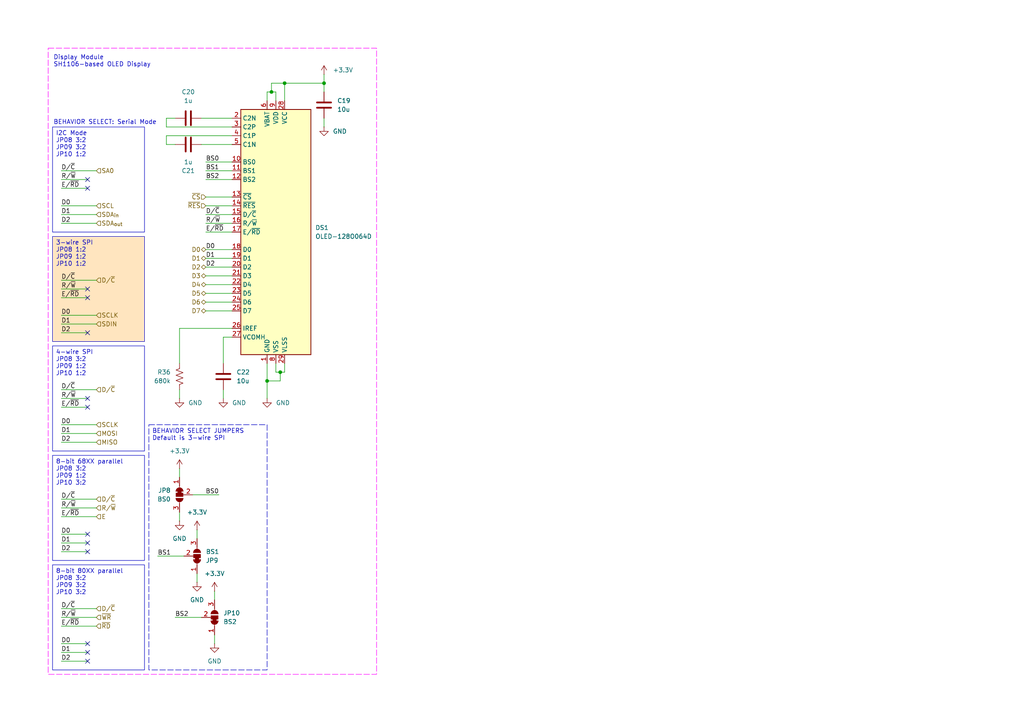
<source format=kicad_sch>
(kicad_sch (version 20231120) (generator "eeschema") (generator_version "8.0")
  (paper "A4")
  (lib_symbols
    (symbol "Device:C" (pin_numbers hide) (pin_names (offset 0.254))
      (property "Reference" "C" (at 0.635 2.54 0))
      (property "Value" "C" (at 0.635 -2.54 0))
      (symbol "C_0_1"
        (polyline (pts (xy -2.032 -0.762) (xy 2.032 -0.762)) (stroke (width 0.508)))
        (polyline (pts (xy -2.032 0.762) (xy 2.032 0.762)) (stroke (width 0.508)))
      )
      (symbol "C_1_1"
        (pin passive line (at 0 3.81 270) (length 2.794) (name "~") (number "1"))
        (pin passive line (at 0 -3.81 90) (length 2.794) (name "~") (number "2"))
      )
    )
    (symbol "Device:R_US" (pin_numbers hide) (pin_names (offset 0))
      (property "Reference" "R" (at 2.54 0 90))
      (property "Value" "R_US" (at -2.54 0 90))
      (symbol "R_US_0_1"
        (polyline (pts (xy 0 -2.286) (xy 0 -2.54)))
        (polyline (pts (xy 0 2.286) (xy 0 2.54)))
        (polyline (pts (xy 0 -0.762) (xy 1.016 -1.143) (xy 0 -1.524) (xy -1.016 -1.905) (xy 0 -2.286)))
        (polyline (pts (xy 0 0.762) (xy 1.016 0.381) (xy 0 0) (xy -1.016 -0.381) (xy 0 -0.762)))
        (polyline (pts (xy 0 2.286) (xy 1.016 1.905) (xy 0 1.524) (xy -1.016 1.143) (xy 0 0.762)))
      )
      (symbol "R_US_1_1"
        (pin passive line (at 0 3.81 270) (length 1.27) (name "~") (number "1"))
        (pin passive line (at 0 -3.81 90) (length 1.27) (name "~") (number "2"))
      )
    )
    (symbol "Display_Graphic:OLED-128O064D"
      (property "Reference" "DS" (at -10.16 38.1 0))
      (property "Value" "OLED-128O064D" (at 12.7 38.1 0))
      (symbol "OLED-128O064D_0_1"
        (rectangle (start -10.16 35.56) (end 10.16 -35.56) (stroke (width 0.254)) (fill (type background)))
      )
      (symbol "OLED-128O064D_1_1"
        (pin power_in line (at -2.54 -38.1 90) (length 2.54) (name "GND") (number "1"))
        (pin input line (at -12.7 20.32 0) (length 2.54) (name "BS0") (number "10"))
        (pin input line (at -12.7 17.78 0) (length 2.54) (name "BS1") (number "11"))
        (pin input line (at -12.7 15.24 0) (length 2.54) (name "BS2") (number "12"))
        (pin input line (at -12.7 10.16 0) (length 2.54) (name "~{CS}") (number "13"))
        (pin input line (at -12.7 7.62 0) (length 2.54) (name "~{RES}") (number "14"))
        (pin input line (at -12.7 5.08 0) (length 2.54) (name "D/~{C}") (number "15"))
        (pin input line (at -12.7 2.54 0) (length 2.54) (name "R/~{W}") (number "16"))
        (pin input line (at -12.7 0 0) (length 2.54) (name "E/~{RD}") (number "17"))
        (pin bidirectional line (at -12.7 -5.08 0) (length 2.54) (name "D0") (number "18"))
        (pin bidirectional line (at -12.7 -7.62 0) (length 2.54) (name "D1") (number "19"))
        (pin passive line (at -12.7 33.02 0) (length 2.54) (name "C2N") (number "2"))
        (pin bidirectional line (at -12.7 -10.16 0) (length 2.54) (name "D2") (number "20"))
        (pin bidirectional line (at -12.7 -12.7 0) (length 2.54) (name "D3") (number "21"))
        (pin bidirectional line (at -12.7 -15.24 0) (length 2.54) (name "D4") (number "22"))
        (pin bidirectional line (at -12.7 -17.78 0) (length 2.54) (name "D5") (number "23"))
        (pin bidirectional line (at -12.7 -20.32 0) (length 2.54) (name "D6") (number "24"))
        (pin bidirectional line (at -12.7 -22.86 0) (length 2.54) (name "D7") (number "25"))
        (pin passive line (at -12.7 -27.94 0) (length 2.54) (name "IREF") (number "26"))
        (pin passive line (at -12.7 -30.48 0) (length 2.54) (name "VCOMH") (number "27"))
        (pin power_in line (at 2.54 38.1 270) (length 2.54) (name "VCC") (number "28"))
        (pin power_in line (at 2.54 -38.1 90) (length 2.54) (name "VLSS") (number "29"))
        (pin passive line (at -12.7 30.48 0) (length 2.54) (name "C2P") (number "3"))
        (pin passive line (at -2.54 -38.1 90) (length 2.54) hide (name "GND") (number "30"))
        (pin passive line (at -12.7 27.94 0) (length 2.54) (name "C1P") (number "4"))
        (pin passive line (at -12.7 25.4 0) (length 2.54) (name "C1N") (number "5"))
        (pin power_in line (at -2.54 38.1 270) (length 2.54) (name "VBAT") (number "6"))
        (pin no_connect line (at 10.16 0 180) (length 2.54) hide (name "NC") (number "7"))
        (pin power_in line (at 0 -38.1 90) (length 2.54) (name "VSS") (number "8"))
        (pin power_in line (at 0 38.1 270) (length 2.54) (name "VDD") (number "9"))
      )
    )
    (symbol "Jumper:SolderJumper_3_Bridged12" (pin_names (offset 0) hide) (exclude_from_sim yes) (in_bom no)
      (property "Reference" "JP" (at -2.54 -2.54 0))
      (property "Value" "SolderJumper_3_Bridged12" (at 0 2.794 0))
      (symbol "SolderJumper_3_Bridged12_0_1"
        (rectangle (start -1.016 0.508) (end -0.508 -0.508) (fill (type outline)))
        (arc (start -1.016 1.016) (mid -2.0276 0) (end -1.016 -1.016))
        (arc (start -1.016 1.016) (mid -2.0276 0) (end -1.016 -1.016) (fill (type outline)))
        (rectangle (start -0.508 1.016) (end 0.508 -1.016) (fill (type outline)))
        (polyline (pts (xy -2.54 0) (xy -2.032 0)))
        (polyline (pts (xy -1.016 1.016) (xy -1.016 -1.016)))
        (polyline (pts (xy 0 -1.27) (xy 0 -1.016)))
        (polyline (pts (xy 1.016 1.016) (xy 1.016 -1.016)))
        (polyline (pts (xy 2.54 0) (xy 2.032 0)))
        (arc (start 1.016 -1.016) (mid 2.0276 0) (end 1.016 1.016))
        (arc (start 1.016 -1.016) (mid 2.0276 0) (end 1.016 1.016) (fill (type outline)))
      )
      (symbol "SolderJumper_3_Bridged12_1_1"
        (pin passive line (at -5.08 0 0) (length 2.54) (name "A") (number "1"))
        (pin passive line (at 0 -3.81 90) (length 2.54) (name "C") (number "2"))
        (pin passive line (at 5.08 0 180) (length 2.54) (name "B") (number "3"))
      )
    )
    (symbol "power:+3.3V" (power) (pin_numbers hide) (pin_names (offset 0) hide)
      (property "Value" "+3.3V" (at 0 3.556 0))
      (symbol "+3.3V_0_1"
        (polyline (pts (xy -0.762 1.27) (xy 0 2.54)))
        (polyline (pts (xy 0 0) (xy 0 2.54)))
        (polyline (pts (xy 0 2.54) (xy 0.762 1.27)))
      )
      (symbol "+3.3V_1_1"
        (pin power_in line (at 0 0 90) (length 0) (name "~") (number "1"))
      )
    )
    (symbol "power:GND" (power) (pin_numbers hide) (pin_names (offset 0) hide)
      (property "Value" "GND" (at 0 -3.81 0))
      (symbol "GND_0_1"
        (polyline (pts (xy 0 0) (xy 0 -1.27) (xy 1.27 -1.27) (xy 0 -2.54) (xy -1.27 -1.27) (xy 0 -1.27)))
      )
      (symbol "GND_1_1"
        (pin power_in line (at 0 0 270) (length 0) (name "~") (number "1"))
      )
    )
  )
  (junction (at 78.74 26.67))
  (junction (at 93.98 24.13))
  (junction (at 82.55 24.13))
  (junction (at 81.28 107.95))
  (junction (at 77.47 110.49))
  (no_connect (at 25.4 83.82))
  (no_connect (at 25.4 160.02))
  (no_connect (at 25.4 118.11))
  (no_connect (at 25.4 54.61))
  (no_connect (at 25.4 115.57))
  (no_connect (at 25.4 52.07))
  (no_connect (at 25.4 191.77))
  (no_connect (at 25.4 157.48))
  (no_connect (at 25.4 96.52))
  (no_connect (at 25.4 189.23))
  (no_connect (at 25.4 86.36))
  (no_connect (at 25.4 186.69))
  (no_connect (at 25.4 154.94))
  (wire (pts (xy 77.47 29.21) (xy 77.47 26.67)))
  (wire (pts (xy 17.78 189.23) (xy 25.4 189.23)))
  (wire (pts (xy 59.69 52.07) (xy 67.31 52.07)))
  (wire (pts (xy 81.28 107.95) (xy 82.55 107.95)))
  (wire (pts (xy 52.07 148.59) (xy 52.07 151.13)))
  (wire (pts (xy 52.07 135.89) (xy 52.07 138.43)))
  (wire (pts (xy 17.78 83.82) (xy 25.4 83.82)))
  (wire (pts (xy 17.78 123.19) (xy 27.94 123.19)))
  (wire (pts (xy 17.78 86.36) (xy 25.4 86.36)))
  (wire (pts (xy 59.69 62.23) (xy 67.31 62.23)))
  (wire (pts (xy 77.47 26.67) (xy 78.74 26.67)))
  (wire (pts (xy 67.31 36.83) (xy 48.26 36.83)))
  (wire (pts (xy 59.69 67.31) (xy 67.31 67.31)))
  (wire (pts (xy 57.15 153.67) (xy 57.15 156.21)))
  (wire (pts (xy 78.74 26.67) (xy 80.01 26.67)))
  (wire (pts (xy 67.31 39.37) (xy 48.26 39.37)))
  (wire (pts (xy 52.07 95.25) (xy 67.31 95.25)))
  (wire (pts (xy 80.01 105.41) (xy 80.01 107.95)))
  (wire (pts (xy 59.69 49.53) (xy 67.31 49.53)))
  (wire (pts (xy 17.78 118.11) (xy 25.4 118.11)))
  (wire (pts (xy 17.78 149.86) (xy 27.94 149.86)))
  (wire (pts (xy 59.69 90.17) (xy 67.31 90.17)))
  (wire (pts (xy 17.78 160.02) (xy 25.4 160.02)))
  (wire (pts (xy 17.78 54.61) (xy 25.4 54.61)))
  (wire (pts (xy 17.78 181.61) (xy 27.94 181.61)))
  (wire (pts (xy 59.69 87.63) (xy 67.31 87.63)))
  (wire (pts (xy 64.77 113.03) (xy 64.77 115.57)))
  (wire (pts (xy 17.78 179.07) (xy 27.94 179.07)))
  (wire (pts (xy 82.55 29.21) (xy 82.55 24.13)))
  (wire (pts (xy 17.78 154.94) (xy 25.4 154.94)))
  (wire (pts (xy 58.42 34.29) (xy 67.31 34.29)))
  (wire (pts (xy 77.47 110.49) (xy 77.47 105.41)))
  (wire (pts (xy 55.88 143.51) (xy 63.5 143.51)))
  (wire (pts (xy 52.07 115.57) (xy 52.07 113.03)))
  (wire (pts (xy 17.78 147.32) (xy 27.94 147.32)))
  (wire (pts (xy 17.78 64.77) (xy 27.94 64.77)))
  (wire (pts (xy 17.78 125.73) (xy 27.94 125.73)))
  (wire (pts (xy 62.23 184.15) (xy 62.23 186.69)))
  (wire (pts (xy 48.26 36.83) (xy 48.26 34.29)))
  (wire (pts (xy 93.98 24.13) (xy 82.55 24.13)))
  (wire (pts (xy 77.47 110.49) (xy 81.28 110.49)))
  (wire (pts (xy 59.69 74.93) (xy 67.31 74.93)))
  (wire (pts (xy 77.47 115.57) (xy 77.47 110.49)))
  (wire (pts (xy 57.15 166.37) (xy 57.15 168.91)))
  (wire (pts (xy 59.69 77.47) (xy 67.31 77.47)))
  (wire (pts (xy 59.69 59.69) (xy 67.31 59.69)))
  (wire (pts (xy 82.55 107.95) (xy 82.55 105.41)))
  (wire (pts (xy 80.01 107.95) (xy 81.28 107.95)))
  (wire (pts (xy 52.07 105.41) (xy 52.07 95.25)))
  (wire (pts (xy 17.78 62.23) (xy 27.94 62.23)))
  (wire (pts (xy 17.78 81.28) (xy 27.94 81.28)))
  (wire (pts (xy 80.01 26.67) (xy 80.01 29.21)))
  (wire (pts (xy 17.78 191.77) (xy 25.4 191.77)))
  (wire (pts (xy 17.78 96.52) (xy 25.4 96.52)))
  (wire (pts (xy 17.78 128.27) (xy 27.94 128.27)))
  (wire (pts (xy 17.78 144.78) (xy 27.94 144.78)))
  (wire (pts (xy 64.77 105.41) (xy 64.77 97.79)))
  (wire (pts (xy 59.69 85.09) (xy 67.31 85.09)))
  (wire (pts (xy 64.77 97.79) (xy 67.31 97.79)))
  (wire (pts (xy 50.8 41.91) (xy 48.26 41.91)))
  (wire (pts (xy 17.78 52.07) (xy 25.4 52.07)))
  (wire (pts (xy 59.69 72.39) (xy 67.31 72.39)))
  (wire (pts (xy 45.72 161.29) (xy 53.34 161.29)))
  (wire (pts (xy 17.78 113.03) (xy 27.94 113.03)))
  (wire (pts (xy 17.78 186.69) (xy 25.4 186.69)))
  (wire (pts (xy 78.74 26.67) (xy 78.74 24.13)))
  (wire (pts (xy 48.26 34.29) (xy 50.8 34.29)))
  (wire (pts (xy 17.78 115.57) (xy 25.4 115.57)))
  (wire (pts (xy 17.78 176.53) (xy 27.94 176.53)))
  (wire (pts (xy 17.78 59.69) (xy 27.94 59.69)))
  (wire (pts (xy 17.78 93.98) (xy 27.94 93.98)))
  (wire (pts (xy 82.55 24.13) (xy 78.74 24.13)))
  (wire (pts (xy 59.69 80.01) (xy 67.31 80.01)))
  (wire (pts (xy 59.69 82.55) (xy 67.31 82.55)))
  (wire (pts (xy 93.98 36.83) (xy 93.98 34.29)))
  (wire (pts (xy 93.98 24.13) (xy 93.98 26.67)))
  (wire (pts (xy 67.31 41.91) (xy 58.42 41.91)))
  (wire (pts (xy 59.69 46.99) (xy 67.31 46.99)))
  (wire (pts (xy 59.69 64.77) (xy 67.31 64.77)))
  (wire (pts (xy 48.26 39.37) (xy 48.26 41.91)))
  (wire (pts (xy 81.28 110.49) (xy 81.28 107.95)))
  (wire (pts (xy 93.98 21.59) (xy 93.98 24.13)))
  (wire (pts (xy 17.78 49.53) (xy 27.94 49.53)))
  (wire (pts (xy 17.78 91.44) (xy 27.94 91.44)))
  (wire (pts (xy 59.69 57.15) (xy 67.31 57.15)))
  (wire (pts (xy 62.23 171.45) (xy 62.23 173.99)))
  (wire (pts (xy 17.78 157.48) (xy 25.4 157.48)))
  (wire (pts (xy 50.8 179.07) (xy 58.42 179.07)))
  (rectangle (start 13.97 13.97) (end 109.22 195.58) (stroke (width 0) (type dash) (color 255 0 255 1)))
  (text_box "3-wire SPI\nJP08 1:2\nJP09 1:2\nJP10 1:2" (at 15.24 68.58 0) (size 26.67 30.48) (fill (type color) (color 255 229 191 1)) (effects (font (size 1.27 1.27)) (justify left top)))
  (text_box "8-bit 80XX parallel\nJP08 3:2\nJP09 3:2\nJP10 3:2" (at 15.24 163.83 0) (size 26.67 30.48) (effects (font (size 1.27 1.27)) (justify left top)))
  (text_box "8-bit 68XX parallel\nJP08 3:2\nJP09 1:2\nJP10 3:2" (at 15.24 132.08 0) (size 26.67 30.48) (effects (font (size 1.27 1.27)) (justify left top)))
  (text_box "BEHAVIOR SELECT JUMPERS\nDefault is 3-wire SPI" (at 43.18 123.19 0) (size 34.29 71.12) (stroke (width 0) (type dash)) (effects (font (size 1.27 1.27)) (justify left top)))
  (text_box "I2C Mode\nJP08 3:2\nJP09 3:2\nJP10 1:2" (at 15.24 36.83 0) (size 26.67 30.48) (effects (font (size 1.27 1.27)) (justify left top)))
  (text_box "4-wire SPI\nJP08 3:2\nJP09 1:2\nJP10 1:2" (at 15.24 100.33 0) (size 26.67 30.48) (effects (font (size 1.27 1.27)) (justify left top)))
  (text "BEHAVIOR SELECT: Serial Mode" (at 15.494 34.798 0) (effects (font (size 1.27 1.27)) (justify left top)))
  (text "Display Module\nSH1106-based OLED Display" (at 15.494 17.78 0) (effects (font (size 1.27 1.27)) (justify left)))
  (label "D0" (at 17.78 59.69 0))
  (label "D0" (at 17.78 123.19 0))
  (label "E/~{RD}" (at 17.78 181.61 0))
  (label "D2" (at 17.78 191.77 0))
  (label "BS1" (at 45.72 161.29 0))
  (label "D0" (at 17.78 154.94 0))
  (label "D1" (at 17.78 125.73 0))
  (label "D2" (at 17.78 96.52 0))
  (label "BS0" (at 63.5 143.51 180))
  (label "E/~{RD}" (at 17.78 86.36 0))
  (label "D0" (at 17.78 91.44 0))
  (label "D0" (at 59.69 72.39 0))
  (label "E/~{RD}" (at 17.78 54.61 0))
  (label "D2" (at 17.78 128.27 0))
  (label "D2" (at 17.78 64.77 0))
  (label "D2" (at 17.78 160.02 0))
  (label "R/~{W}" (at 59.69 64.77 0))
  (label "BS2" (at 50.8 179.07 0))
  (label "D/~{C}" (at 17.78 144.78 0))
  (label "BS2" (at 59.69 52.07 0))
  (label "D/~{C}" (at 59.69 62.23 0))
  (label "R/~{W}" (at 17.78 147.32 0))
  (label "D/~{C}" (at 17.78 49.53 0))
  (label "E/~{RD}" (at 59.69 67.31 0))
  (label "D0" (at 17.78 186.69 0))
  (label "E/~{RD}" (at 17.78 149.86 0))
  (label "D/~{C}" (at 17.78 176.53 0))
  (label "D1" (at 17.78 93.98 0))
  (label "D1" (at 17.78 157.48 0))
  (label "R/~{W}" (at 17.78 83.82 0))
  (label "R/~{W}" (at 17.78 115.57 0))
  (label "D1" (at 59.69 74.93 0))
  (label "D2" (at 59.69 77.47 0))
  (label "R/~{W}" (at 17.78 52.07 0))
  (label "D/~{C}" (at 17.78 113.03 0))
  (label "D1" (at 17.78 189.23 0))
  (label "E/~{RD}" (at 17.78 118.11 0))
  (label "D/~{C}" (at 17.78 81.28 0))
  (label "R/~{W}" (at 17.78 179.07 0))
  (label "D1" (at 17.78 62.23 0))
  (label "BS0" (at 59.69 46.99 0))
  (label "BS1" (at 59.69 49.53 0))
  (hierarchical_label "D6" (shape bidirectional) (at 59.69 87.63 180))
  (hierarchical_label "SDA_{out}" (shape input) (at 27.94 64.77 0))
  (hierarchical_label "SA0" (shape input) (at 27.94 49.53 0))
  (hierarchical_label "SDA_{in}" (shape input) (at 27.94 62.23 0))
  (hierarchical_label "MISO" (shape input) (at 27.94 128.27 0))
  (hierarchical_label "SCLK" (shape input) (at 27.94 123.19 0))
  (hierarchical_label "D{slash}~{C}" (shape input) (at 27.94 81.28 0))
  (hierarchical_label "~{CS}" (shape input) (at 59.69 57.15 180))
  (hierarchical_label "~{RES}" (shape input) (at 59.69 59.69 180))
  (hierarchical_label "D1" (shape bidirectional) (at 59.69 74.93 180))
  (hierarchical_label "SDIN" (shape input) (at 27.94 93.98 0))
  (hierarchical_label "SCL" (shape input) (at 27.94 59.69 0))
  (hierarchical_label "D{slash}~{C}" (shape input) (at 27.94 113.03 0))
  (hierarchical_label "D3" (shape bidirectional) (at 59.69 80.01 180))
  (hierarchical_label "~{RD}" (shape input) (at 27.94 181.61 0))
  (hierarchical_label "D4" (shape bidirectional) (at 59.69 82.55 180))
  (hierarchical_label "~{WR}" (shape input) (at 27.94 179.07 0))
  (hierarchical_label "MOSI" (shape input) (at 27.94 125.73 0))
  (hierarchical_label "R{slash}~{W}" (shape input) (at 27.94 147.32 0))
  (hierarchical_label "D5" (shape bidirectional) (at 59.69 85.09 180))
  (hierarchical_label "D{slash}~{C}" (shape input) (at 27.94 144.78 0))
  (hierarchical_label "E" (shape input) (at 27.94 149.86 0))
  (hierarchical_label "D0" (shape bidirectional) (at 59.69 72.39 180))
  (hierarchical_label "SCLK" (shape input) (at 27.94 91.44 0))
  (hierarchical_label "D7" (shape bidirectional) (at 59.69 90.17 180))
  (hierarchical_label "D2" (shape bidirectional) (at 59.69 77.47 180))
  (hierarchical_label "D{slash}~{C}" (shape input) (at 27.94 176.53 0))
  (symbol (lib_id "power:GND") (at 57.15 168.91 0) (unit 1)
    (property "Reference" "#PWR087" (effects (hide yes)))
    (property "Value" "GND" (at 57.15 173.99 0))
    (property "Description" "Power symbol creates a global label with name \"GND\" , ground" (effects (hide yes)))
  )
  (symbol (lib_id "Jumper:SolderJumper_3_Bridged12") (at 57.15 161.29 270) (mirror x) (unit 1) (exclude_from_sim yes) (in_bom no)
    (property "Reference" "JP9" (at 59.69 162.5601 90) (effects (justify left)))
    (property "Value" "BS1" (at 59.69 160.0201 90) (effects (justify left)))
    (property "Description" "3-pole Solder Jumper, pins 1+2 closed/bridged" (effects (hide yes)))
  )
  (symbol (lib_id "power:+3.3V") (at 62.23 171.45 0) (unit 1)
    (property "Reference" "#PWR091" (effects (hide yes)))
    (property "Value" "+3.3V" (at 62.23 166.37 0))
    (property "Description" "Power symbol creates a global label with name \"+3.3V\"" (effects (hide yes)))
  )
  (symbol (lib_id "power:+3.3V") (at 93.98 21.59 0) (unit 1)
    (property "Reference" "#PWR065" (effects (hide yes)))
    (property "Value" "+3.3V" (at 96.52 20.3199 0) (effects (justify left)))
    (property "Description" "Power symbol creates a global label with name \"+3.3V\"" (effects (hide yes)))
  )
  (symbol (lib_id "power:GND") (at 93.98 36.83 0) (unit 1)
    (property "Reference" "#PWR066" (effects (hide yes)))
    (property "Value" "GND" (at 96.52 38.0999 0) (effects (justify left)))
    (property "Description" "Power symbol creates a global label with name \"GND\" , ground" (effects (hide yes)))
  )
  (symbol (lib_id "Jumper:SolderJumper_3_Bridged12") (at 52.07 143.51 90) (mirror x) (unit 1) (exclude_from_sim yes) (in_bom no)
    (property "Reference" "JP8" (at 49.53 142.2399 90) (effects (justify left)))
    (property "Value" "BS0" (at 49.53 144.7799 90) (effects (justify left)))
    (property "Description" "3-pole Solder Jumper, pins 1+2 closed/bridged" (effects (hide yes)))
  )
  (symbol (lib_id "Device:C") (at 93.98 30.48 0) (unit 1)
    (property "Reference" "C19" (at 97.79 29.2099 0) (effects (justify left)))
    (property "Value" "10u" (at 97.79 31.7499 0) (effects (justify left)))
    (property "Footprint" "Capacitor_SMD:C_0603_1608Metric_Pad1.08x0.95mm_HandSolder" (effects (hide yes)))
    (property "Description" "Unpolarized capacitor" (effects (hide yes)))
  )
  (symbol (lib_id "power:+3.3V") (at 52.07 135.89 0) (unit 1)
    (property "Reference" "#PWR064" (effects (hide yes)))
    (property "Value" "+3.3V" (at 52.07 130.81 0))
    (property "Description" "Power symbol creates a global label with name \"+3.3V\"" (effects (hide yes)))
  )
  (symbol (lib_id "Device:C") (at 54.61 34.29 270) (mirror x) (unit 1)
    (property "Reference" "C20" (at 54.61 26.67 90))
    (property "Value" "1u" (at 54.61 29.21 90))
    (property "Footprint" "Capacitor_SMD:C_0603_1608Metric_Pad1.08x0.95mm_HandSolder" (effects (hide yes)))
    (property "Description" "Unpolarized capacitor" (effects (hide yes)))
  )
  (symbol (lib_id "Jumper:SolderJumper_3_Bridged12") (at 62.23 179.07 270) (mirror x) (unit 1) (exclude_from_sim yes) (in_bom no)
    (property "Reference" "JP10" (at 64.77 177.7999 90) (effects (justify left)))
    (property "Value" "BS2" (at 64.77 180.3399 90) (effects (justify left)))
    (property "Description" "3-pole Solder Jumper, pins 1+2 closed/bridged" (effects (hide yes)))
  )
  (symbol (lib_id "power:GND") (at 64.77 115.57 0) (unit 1)
    (property "Reference" "#PWR068" (effects (hide yes)))
    (property "Value" "GND" (at 67.31 116.8399 0) (effects (justify left)))
    (property "Description" "Power symbol creates a global label with name \"GND\" , ground" (effects (hide yes)))
  )
  (symbol (lib_id "power:GND") (at 77.47 115.57 0) (unit 1)
    (property "Reference" "#PWR069" (effects (hide yes)))
    (property "Value" "GND" (at 80.01 116.8399 0) (effects (justify left)))
    (property "Description" "Power symbol creates a global label with name \"GND\" , ground" (effects (hide yes)))
  )
  (symbol (lib_id "Device:C") (at 54.61 41.91 270) (unit 1)
    (property "Reference" "C21" (at 54.61 49.53 90))
    (property "Value" "1u" (at 54.61 46.99 90))
    (property "Footprint" "Capacitor_SMD:C_0603_1608Metric_Pad1.08x0.95mm_HandSolder" (effects (hide yes)))
    (property "Description" "Unpolarized capacitor" (effects (hide yes)))
  )
  (symbol (lib_id "power:GND") (at 52.07 151.13 0) (unit 1)
    (property "Reference" "#PWR089" (effects (hide yes)))
    (property "Value" "GND" (at 52.07 156.21 0))
    (property "Description" "Power symbol creates a global label with name \"GND\" , ground" (effects (hide yes)))
  )
  (symbol (lib_id "Device:C") (at 64.77 109.22 0) (unit 1)
    (property "Reference" "C22" (at 68.58 107.9499 0) (effects (justify left)))
    (property "Value" "10u" (at 68.58 110.4899 0) (effects (justify left)))
    (property "Footprint" "Capacitor_SMD:C_0603_1608Metric_Pad1.08x0.95mm_HandSolder" (effects (hide yes)))
    (property "Description" "Unpolarized capacitor" (effects (hide yes)))
  )
  (symbol (lib_id "power:GND") (at 52.07 115.57 0) (unit 1)
    (property "Reference" "#PWR067" (effects (hide yes)))
    (property "Value" "GND" (at 54.61 116.8399 0) (effects (justify left)))
    (property "Description" "Power symbol creates a global label with name \"GND\" , ground" (effects (hide yes)))
  )
  (symbol (lib_id "Display_Graphic:OLED-128O064D") (at 80.01 67.31 0) (unit 1)
    (property "Reference" "DS1" (at 91.44 66.0399 0) (effects (justify left)))
    (property "Value" "OLED-128O064D" (at 91.44 68.5799 0) (effects (justify left)))
    (property "Footprint" "Display:OLED-128O064D" (effects (hide yes)))
    (property "Datasheet" "https://www.vishay.com/docs/37902/oled128o064dbpp3n00000.pdf" (effects (hide yes)))
    (property "Description" "OLED display 128x64" (effects (hide yes)))
  )
  (symbol (lib_id "power:+3.3V") (at 57.15 153.67 0) (unit 1)
    (property "Reference" "#PWR090" (effects (hide yes)))
    (property "Value" "+3.3V" (at 57.15 148.59 0))
    (property "Description" "Power symbol creates a global label with name \"+3.3V\"" (effects (hide yes)))
  )
  (symbol (lib_id "Device:R_US") (at 52.07 109.22 0) (mirror x) (unit 1)
    (property "Reference" "R36" (at 49.53 107.9499 0) (effects (justify right)))
    (property "Value" "680k" (at 49.53 110.4899 0) (effects (justify right)))
    (property "Footprint" "Resistor_SMD:R_0603_1608Metric" (effects (hide yes)))
    (property "Description" "Resistor, US symbol" (effects (hide yes)))
  )
  (symbol (lib_id "power:GND") (at 62.23 186.69 0) (unit 1)
    (property "Reference" "#PWR088" (effects (hide yes)))
    (property "Value" "GND" (at 62.23 191.77 0))
    (property "Description" "Power symbol creates a global label with name \"GND\" , ground" (effects (hide yes)))
  )
)
</source>
